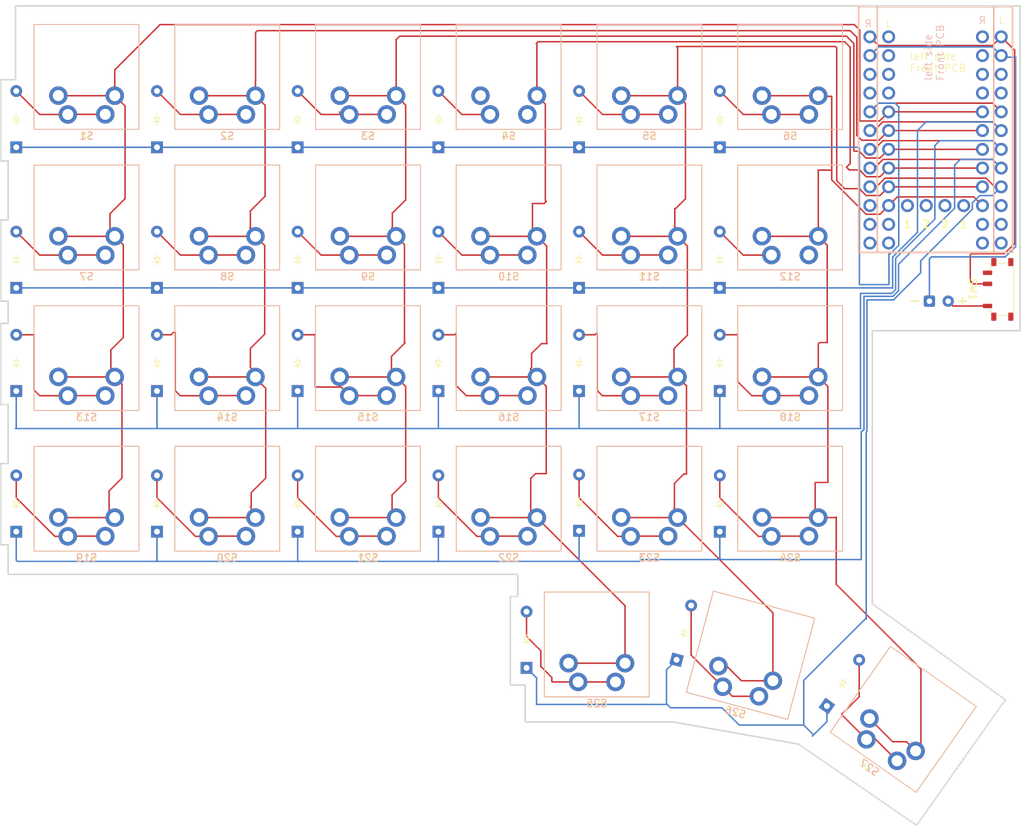
<source format=kicad_pcb>
(kicad_pcb (version 20240108) (generator "pcbnew") (generator_version "8.0")
  (layers (0 "F.Cu" signal) (31 "B.Cu" signal) (34 "B.Paste" user) (35 "F.Paste" user) (36 "B.SilkS" user "B.Silkscreen") (37 "F.SilkS" user "F.Silkscreen") (38 "B.Mask" user) (39 "F.Mask" user) (44 "Edge.Cuts" user))
  (net 0 "")
  (net 1 "row 1")
  (net 2 "Net-(D1-A)")
  (net 3 "Net-(D2-A)")
  (net 4 "Net-(D3-A)")
  (net 5 "Net-(D4-A)")
  (net 6 "Net-(D5-A)")
  (net 7 "Net-(D6-A)")
  (net 8 "row 2")
  (net 9 "Net-(D7-A)")
  (net 10 "Net-(D8-A)")
  (net 11 "Net-(D9-A)")
  (net 12 "Net-(D10-A)")
  (net 13 "Net-(D11-A)")
  (net 14 "Net-(D12-A)")
  (net 15 "Net-(D13-A)")
  (net 16 "collumn 1")
  (net 17 "Net-(D14-A)")
  (net 18 "Net-(D15-A)")
  (net 19 "Net-(D16-A)")
  (net 20 "Net-(D17-A)")
  (net 21 "Net-(D18-A)")
  (net 32 "unconnected-(U1-14-Pad15)")
  (net 33 "Net-(D20-A)")
  (net 34 "Net-(D21-A)")
  (net 38 "Net-(D19-A)")
  (net 39 "row 5")
  (net 40 "Net-(D22-A)")
  (net 41 "Net-(D23-A)")
  (net 42 "Net-(D24-A)")
  (net 43 "Net-(D25-A)")
  (net 44 "Net-(D26-A)")
  (net 45 "row 4")
  (net 46 "row 3")
  (net 47 "collumn 2")
  (net 48 "collumn 3")
  (net 49 "collumn 4")
  (net 50 "collumn 5")
  (net 51 "collumn 6")
  (net 52 "battery -")
  (net 53 "battery +")
  (net 54 "Net-(BT2-+)")
  (net 55 "Net-(D27-A)")
  (footprint "ScottoKeebs_MX:MX_PCB_1.00u" (layer "F.Cu") (at 123.825 66.675 180)
    (property "Reference" "S11")
    (property "Value" "Keyswitch")
  )
  (footprint "ScottoKeebs_MX:MX_PCB_1.00u" (layer "F.Cu") (at 142.875 47.625 180)
    (property "Reference" "S6")
    (property "Value" "Keyswitch")
  )
  (footprint "ScottoKeebs_Scotto:Standoff_M2x6mm" (layer "F.Cu") (at 114.26 45.25)
    (property "Reference" "H3" (hide yes))
    (property "Value" "Mounting_Hole" (hide yes))
  )
  (footprint "ScottoKeebs_Components:Diode_DO-35" (layer "F.Cu") (at 95.25 90.17 90)
    (property "Reference" "D16" (hide yes))
    (property "Value" "Diode" (hide yes))
  )
  (footprint "ScottoKeebs_Components:Diode_DO-35" (layer "F.Cu") (at 127.497808 126.581556 75)
    (property "Reference" "D26" (hide yes))
    (property "Value" "Diode" (hide yes))
  )
  (footprint "ScottoKeebs_MX:MX_PCB_1.00u" (layer "F.Cu") (at 158.2 134.66 145)
    (property "Reference" "S27")
    (property "Value" "Keyswitch")
  )
  (footprint "ScottoKeebs_Components:Diode_DO-35" (layer "F.Cu") (at 38.1 57.15 90)
    (property "Reference" "D1" (hide yes))
    (property "Value" "Diode" (hide yes))
  )
  (footprint "ScottoKeebs_MX:MX_PCB_1.00u" (layer "F.Cu") (at 123.825 47.625 180)
    (property "Reference" "S5")
    (property "Value" "Keyswitch")
  )
  (footprint "ScottoKeebs_Components:Switch_MSK12C02" (layer "F.Cu") (at 171.6 76.4 -90)
    (property "Reference" "SW1")
    (property "Value" "Switch")
  )
  (footprint "ScottoKeebs_Components:Diode_DO-35" (layer "F.Cu") (at 95.25 76.2 90)
    (property "Reference" "D10" (hide yes))
    (property "Value" "Diode" (hide yes))
  )
  (footprint "ScottoKeebs_MX:MX_PCB_1.00u" (layer "F.Cu") (at 85.725 66.675 180)
    (property "Reference" "S9")
    (property "Value" "Keyswitch")
  )
  (footprint "ScottoKeebs_MX:MX_PCB_1.00u" (layer "F.Cu") (at 47.625 85.725 180)
    (property "Reference" "S13")
    (property "Value" "Keyswitch")
  )
  (footprint "ScottoKeebs_MX:MX_PCB_1.00u" (layer "F.Cu") (at 142.875 85.725 180)
    (property "Reference" "S18")
    (property "Value" "Keyswitch")
  )
  (footprint "ScottoKeebs_Components:Diode_DO-35" (layer "F.Cu") (at 133.35 76.2 90)
    (property "Reference" "D12" (hide yes))
    (property "Value" "Diode" (hide yes))
  )
  (footprint "ScottoKeebs_MX:MX_PCB_1.00u" (layer "F.Cu") (at 137.52 125.98 165)
    (property "Reference" "S26")
    (property "Value" "Keyswitch")
  )
  (footprint "ScottoKeebs_Scotto:Standoff_M2x6mm" (layer "F.Cu") (at 154.3 73.79)
    (property "Reference" "H5" (hide yes))
    (property "Value" "Mounting_Hole" (hide yes))
  )
  (footprint "ScottoKeebs_MX:MX_PCB_1.00u" (layer "F.Cu") (at 123.825 85.725 180)
    (property "Reference" "S17")
    (property "Value" "Keyswitch")
  )
  (footprint "ScottoKeebs_Components:Diode_DO-35" (layer "F.Cu") (at 76.2 90.17 90)
    (property "Reference" "D15" (hide yes))
    (property "Value" "Diode" (hide yes))
  )
  (footprint "ScottoKeebs_MX:MX_PCB_1.00u" (layer "F.Cu") (at 104.775 66.675 180)
    (property "Reference" "S10")
    (property "Value" "Keyswitch")
  )
  (footprint "ScottoKeebs_MX:MX_PCB_1.00u" (layer "F.Cu") (at 142.875 104.775 180)
    (property "Reference" "S24")
    (property "Value" "Keyswitch")
  )
  (footprint "ScottoKeebs_Components:Diode_DO-35" (layer "F.Cu") (at 76.2 109.22 90)
    (property "Reference" "D21" (hide yes))
    (property "Value" "Diode" (hide yes))
  )
  (footprint "ScottoKeebs_Components:Diode_DO-35" (layer "F.Cu") (at 76.2 57.15 90)
    (property "Reference" "D3" (hide yes))
    (property "Value" "Diode" (hide yes))
  )
  (footprint "ScottoKeebs_Components:Diode_DO-35" (layer "F.Cu") (at 114.3 76.2 90)
    (property "Reference" "D11" (hide yes))
    (property "Value" "Diode" (hide yes))
  )
  (footprint "ScottoKeebs_MCU:Nice_Nano_V2" (layer "F.Cu") (at 163.83 55.88)
    (property "Reference" "U1" (hide yes))
    (property "Value" "Nice_Nano_V2" (hide yes))
  )
  (footprint "ScottoKeebs_MX:MX_PCB_1.00u" (layer "F.Cu") (at 142.875 66.675 180)
    (property "Reference" "S12")
    (property "Value" "Keyswitch")
  )
  (footprint "ScottoKeebs_MX:MX_PCB_1.00u" (layer "F.Cu") (at 85.725 104.775 180)
    (property "Reference" "S21")
    (property "Value" "Keyswitch")
  )
  (footprint "ScottoKeebs_Components:Diode_DO-35" (layer "F.Cu") (at 147.848031 132.837815 55)
    (property "Reference" "D27" (hide yes))
    (property "Value" "Diode" (hide yes))
  )
  (footprint "ScottoKeebs_Components:Diode_DO-35" (layer "F.Cu") (at 38.1 90.17 90)
    (property "Reference" "D13" (hide yes))
    (property "Value" "Diode" (hide yes))
  )
  (footprint "ScottoKeebs_MX:MX_PCB_1.00u" (layer "F.Cu") (at 47.625 47.625 180)
    (property "Reference" "S1")
    (property "Value" "Keyswitch")
  )
  (footprint "ScottoKeebs_MX:MX_PCB_1.00u" (layer "F.Cu") (at 66.675 66.675 180)
    (property "Reference" "S8")
    (property "Value" "Keyswitch")
  )
  (footprint "ScottoKeebs_MX:MX_PCB_1.00u" (layer "F.Cu") (at 66.675 104.775 180)
    (property "Reference" "S20")
    (property "Value" "Keyswitch")
  )
  (footprint "ScottoKeebs_Scotto:Standoff_M2x6mm" (layer "F.Cu") (at 57.34 97.79)
    (property "Reference" "H2" (hide yes))
    (property "Value" "Mounting_Hole" (hide yes))
  )
  (footprint "ScottoKeebs_MX:MX_PCB_1.00u" (layer "F.Cu") (at 123.825 104.775 180)
    (property "Reference" "S23")
    (property "Value" "Keyswitch")
  )
  (footprint "ScottoKeebs_MX:MX_PCB_1.00u" (layer "F.Cu") (at 104.775 104.775 180)
    (property "Reference" "S22")
    (property "Value" "Keyswitch")
  )
  (footprint "ScottoKeebs_Components:Diode_DO-35" (layer "F.Cu") (at 57.15 76.2 90)
    (property "Reference" "D8" (hide yes))
    (property "Value" "Diode" (hide yes))
  )
  (footprint "ScottoKeebs_Components:Diode_DO-35" (layer "F.Cu") (at 133.35 57.15 90)
    (property "Reference" "D6" (hide yes))
    (property "Value" "Diode" (hide yes))
  )
  (footprint "ScottoKeebs_MX:MX_PCB_1.00u" (layer "F.Cu") (at 66.675 47.625 180)
    (property "Reference" "S2")
    (property "Value" "Keyswitch")
  )
  (footprint "ScottoKeebs_MX:MX_PCB_1.00u" (layer "F.Cu") (at 116.71 124.5 180)
    (property "Reference" "S25")
    (property "Value" "Keyswitch")
  )
  (footprint "ScottoKeebs_Components:Diode_DO-35" (layer "F.Cu") (at 107.185 127.674999 90)
    (property "Reference" "D25" (hide yes))
    (property "Value" "Diode" (hide yes))
  )
  (footprint "ScottoKeebs_MX:MX_PCB_1.00u" (layer "F.Cu") (at 85.725 47.625 180)
    (property "Reference" "S3")
    (property "Value" "Keyswitch")
  )
  (footprint "ScottoKeebs_Components:Diode_DO-35" (layer "F.Cu") (at 95.25 109.22 90)
    (property "Reference" "D22" (hide yes))
    (property "Value" "Diode" (hide yes))
  )
  (footprint "ScottoKeebs_Components:Diode_DO-35" (layer "F.Cu") (at 76.2 76.2 90)
    (property "Reference" "D9" (hide yes))
    (property "Value" "Diode" (hide yes))
  )
  (footprint "ScottoKeebs_Components:Diode_DO-35" (layer "F.Cu") (at 57.15 57.15 90)
    (property "Reference" "D2" (hide yes))
    (property "Value" "Diode" (hide yes))
  )
  (footprint "ScottoKeebs_Components:Diode_DO-35" (layer "F.Cu") (at 114.3 90.17 90)
    (property "Reference" "D17" (hide yes))
    (property "Value" "Diode" (hide yes))
  )
  (footprint "ScottoKeebs_Components:Diode_DO-35" (layer "F.Cu") (at 38.1 109.22 90)
    (property "Reference" "D19" (hide yes))
    (property "Value" "Diode" (hide yes))
  )
  (footprint "ScottoKeebs_Scotto:Standoff_M2x6mm" (layer "F.Cu") (at 133.59 97.15)
    (property "Reference" "H6" (hide yes))
    (property "Value" "Mounting_Hole" (hide yes))
  )
  (footprint "ScottoKeebs_MX:MX_PCB_1.00u" (layer "F.Cu") (at 47.625 104.775 180)
    (property "Reference" "S19")
    (property "Value" "Keyswitch")
  )
  (footprint "ScottoKeebs_Components:Diode_DO-35" (layer "F.Cu") (at 38.1 76.2 90)
    (property "Reference" "D7" (hide yes))
    (property "Value" "Diode" (hide yes))
  )
  (footprint "ScottoKeebs_MX:MX_PCB_1.00u" (layer "F.Cu") (at 66.675 85.725 180)
    (property "Reference" "S14")
    (property "Value" "Keyswitch")
  )
  (footprint "ScottoKeebs_Components:Diode_DO-35" (layer "F.Cu") (at 57.15 109.22 90)
    (property "Reference" "D20" (hide yes))
    (property "Value" "Diode" (hide yes))
  )
  (footprint "ScottoKeebs_Scotto:Standoff_M2x6mm" (layer "F.Cu") (at 95.15 97.68)
    (property "Reference" "H4" (hide yes))
    (property "Value" "Mounting_Hole" (hide yes))
  )
  (footprint "ScottoKeebs_Scotto:Standoff_M2x6mm" (layer "F.Cu") (at 57.2 45.04)
    (property "Reference" "H1" (hide yes))
    (property "Value" "Mounting_Hole" (hide yes))
  )
  (footprint "ScottoKeebs_MX:MX_PCB_1.00u" (layer "F.Cu") (at 47.625 66.675 180)
    (property "Reference" "S7")
    (property "Value" "Keyswitch")
  )
  (footprint "ScottoKeebs_Components:Diode_DO-35" (layer "F.Cu") (at 114.3 57.15 90)
    (property "Reference" "D5" (hide yes))
    (property "Value" "Diode" (hide yes))
  )
  (footprint "ScottoKeebs_Components:Diode_DO-35" (layer "F.Cu") (at 133.35 109.22 90)
    (property "Reference" "D24" (hide yes))
    (property "Value" "Diode" (hide yes))
  )
  (footprint "ScottoKeebs_Scotto:Battery" (layer "F.Cu") (at 163 78 180)
    (property "Reference" "BT2" (hide yes))
    (property "Value" "Battery_Cell")
  )
  (footprint "ScottoKeebs_MX:MX_PCB_1.00u" (layer "F.Cu") (at 85.725 85.725 180)
    (property "Reference" "S15")
    (property "Value" "Keyswitch")
  )
  (footprint "ScottoKeebs_Components:Diode_DO-35" (layer "F.Cu") (at 133.35 90.17 90)
    (property "Reference" "D18" (hide yes))
    (property "Value" "Diode" (hide yes))
  )
  (footprint "ScottoKeebs_Components:Diode_DO-35" (layer "F.Cu") (at 57.15 90.17 90)
    (property "Reference" "D14" (hide yes))
    (property "Value" "Diode" (hide yes))
  )
  (footprint "ScottoKeebs_MX:MX_PCB_1.00u" (layer "F.Cu") (at 104.775 85.725 180)
    (property "Reference" "S16")
    (property "Value" "Keyswitch")
  )
  (footprint "ScottoKeebs_MX:MX_PCB_1.00u" (layer "F.Cu") (at 104.775 47.625 180)
    (property "Reference" "S4")
    (property "Value" "Keyswitch")
  )
  (footprint "ScottoKeebs_Components:Diode_DO-35" (layer "F.Cu") (at 114.3 109.11 90)
    (property "Reference" "D23" (hide yes))
    (property "Value" "Diode" (hide yes))
  )
  (footprint "ScottoKeebs_Components:Diode_DO-35" (layer "F.Cu") (at 95.25 57.15 90)
    (property "Reference" "D4" (hide yes))
    (property "Value" "Diode" (hide yes))
  )
  (footprint "ScottoKeebs_MX:MX_PCB_1.00u" (layer "B.Cu") (at 47.61 47.61)
    (property "Reference" "S1")
    (property "Value" "Keyswitch")
  )
  (footprint "ScottoKeebs_MX:MX_PCB_1.00u" (layer "B.Cu") (at 85.7 104.75)
    (property "Reference" "S21")
    (property "Value" "Keyswitch")
  )
  (footprint "ScottoKeebs_MX:MX_PCB_1.00u" (layer "B.Cu") (at 47.62 104.75)
    (property "Reference" "S19")
    (property "Value" "Keyswitch")
  )
  (footprint "ScottoKeebs_MCU:Nice_Nano_V2" (layer "B.Cu") (at 161.29 55.88 180)
    (property "Reference" "U2" (hide yes))
    (property "Value" "Nice_Nano_V2" (hide yes))
  )
  (footprint "ScottoKeebs_MX:MX_PCB_1.00u" (layer "B.Cu") (at 142.875 85.71)
    (property "Reference" "S18")
    (property "Value" "Keyswitch")
  )
  (footprint "ScottoKeebs_MX:MX_PCB_1.00u" (layer "B.Cu") (at 123.81 66.66)
    (property "Reference" "S11")
    (property "Value" "Keyswitch")
  )
  (footprint "ScottoKeebs_MX:MX_PCB_1.00u" (layer "B.Cu") (at 142.875 104.75)
    (property "Reference" "S24")
    (property "Value" "Keyswitch")
  )
  (footprint "ScottoKeebs_MX:MX_PCB_1.00u" (layer "B.Cu") (at 104.77 104.75)
    (property "Reference" "S22")
    (property "Value" "Keyswitch")
  )
  (footprint "ScottoKeebs_MX:MX_PCB_1.00u" (layer "B.Cu") (at 104.77 85.71)
    (property "Reference" "S16")
    (property "Value" "Keyswitch")
  )
  (footprint "ScottoKeebs_MX:MX_PCB_1.00u" (layer "B.Cu") (at 66.66 47.62)
    (property "Reference" "S2")
    (property "Value" "Keyswitch")
  )
  (footprint "ScottoKeebs_MX:MX_PCB_1.00u" (layer "B.Cu") (at 104.76 47.62)
    (property "Reference" "S4")
    (property "Value" "Keyswitch")
  )
  (footprint "ScottoKeebs_MX:MX_PCB_1.00u" (layer "B.Cu") (at 137.507223 125.960448 -15)
    (property "Reference" "S26")
    (property "Value" "Keyswitch")
  )
  (footprint "ScottoKeebs_MX:MX_PCB_1.00u" (layer "B.Cu") (at 66.66 66.66)
    (property "Reference" "S8")
    (property "Value" "Keyswitch")
  )
  (footprint "ScottoKeebs_MX:MX_PCB_1.00u" (layer "B.Cu") (at 85.7 85.71)
    (property "Reference" "S15")
    (property "Value" "Keyswitch")
  )
  (footprint "ScottoKeebs_MX:MX_PCB_1.00u" (layer "B.Cu") (at 47.62 85.71)
    (property "Reference" "S13")
    (property "Value" "Keyswitch")
  )
  (footprint "ScottoKeebs_MX:MX_PCB_1.00u" (layer "B.Cu") (at 142.87 47.625)
    (property "Reference" "S6")
    (property "Value" "Keyswitch")
  )
  (footprint "ScottoKeebs_MX:MX_PCB_1.00u" (layer "B.Cu") (at 85.725 66.66)
    (property "Reference" "S9")
    (property "Value" "Keyswitch")
  )
  (footprint "ScottoKeebs_MX:MX_PCB_1.00u" (layer "B.Cu") (at 123.81 85.71)
    (property "Reference" "S17")
    (property "Value" "Keyswitch")
  )
  (footprint "ScottoKeebs_MX:MX_PCB_1.00u" (layer "B.Cu") (at 85.72 47.62)
    (property "Reference" "S3")
    (property "Value" "Keyswitch")
  )
  (footprint "ScottoKeebs_MX:MX_PCB_1.00u" (layer "B.Cu") (at 66.66 104.75)
    (property "Reference" "S20")
    (property "Value" "Keyswitch")
  )
  (footprint "ScottoKeebs_MX:MX_PCB_1.00u" (layer "B.Cu") (at 104.76 66.66)
    (property "Reference" "S10")
    (property "Value" "Keyswitch")
  )
  (footprint "ScottoKeebs_MX:MX_PCB_1.00u" (layer "B.Cu") (at 66.66 85.71)
    (property "Reference" "S14")
    (property "Value" "Keyswitch")
  )
  (footprint "ScottoKeebs_MX:MX_PCB_1.00u" (layer "B.Cu") (at 47.62 66.66)
    (property "Reference" "S7")
    (property "Value" "Keyswitch")
  )
  (footprint "ScottoKeebs_MX:MX_PCB_1.00u" (layer "B.Cu") (at 158.185916 134.644026 -35.02)
    (property "Reference" "S27")
    (property "Value" "Keyswitch")
  )
  (footprint "ScottoKeebs_MX:MX_PCB_1.00u" (layer "B.Cu") (at 142.86 66.66)
    (property "Reference" "S12")
    (property "Value" "Keyswitch")
  )
  (footprint "ScottoKeebs_MX:MX_PCB_1.00u" (layer "B.Cu") (at 116.689999 124.499999)
    (property "Reference" "S25")
    (property "Value" "Keyswitch")
  )
  (footprint "ScottoKeebs_MX:MX_PCB_1.00u" (layer "B.Cu") (at 123.82 47.62)
    (property "Reference" "S5")
    (property "Value" "Keyswitch")
  )
  (footprint "ScottoKeebs_MX:MX_PCB_1.00u" (layer "B.Cu") (at 123.81 104.75)
    (property "Reference" "S23")
    (property "Value" "Keyswitch")
  )
  (gr_poly (pts (xy 38 38) (xy 174 38) (xy 174 82) (xy 154 82) (xy 154 119) (xy 172 132) (xy 160 149) (xy 144 138) (xy 127 135) (xy 107 135) (xy 107 130) (xy 105 130) (xy 105 118) (xy 106 118) (xy 106 115) (xy 37 115) (xy 37 111) (xy 36 111) (xy 36 100) (xy 37 100) (xy 37 92) (xy 36 92) (xy 36 81) (xy 37 81) (xy 37 78) (xy 36 78) (xy 36 67) (xy 37 67) (xy 37 59) (xy 36 59) (xy 36 48) (xy 38 48)) (stroke (width 0.2)) (fill none) (layer "Edge.Cuts"))
  (gr_text "left side\nFront PCB" (at 163.78 48.21 90) (layer "B.SilkS") (effects (font (size 1 1) (thickness 0.1)) (justify left bottom)))
  (gr_text "R" (at 154 41 0) (layer "B.SilkS") (effects (font (size 1 1) (thickness 0.1)) (justify left bottom mirror)))
  (gr_text "R" (at 169.45 40.54 0) (layer "B.SilkS") (effects (font (size 1 1) (thickness 0.1)) (justify left bottom mirror)))
  (gr_text "left side\nFront PCB" (at 159 47 0) (layer "F.SilkS") (effects (font (size 1 1) (thickness 0.1)) (justify left bottom)))
  (gr_text "L" (at 171.03 40.52 0) (layer "F.SilkS") (effects (font (size 1 1) (thickness 0.1)) (justify left bottom)))
  (gr_text "L" (at 155.75 41 0) (layer "F.SilkS") (effects (font (size 1 1) (thickness 0.1)) (justify left bottom)))
  (segment (start 171.45 52.35) (end 170.2737 51.1737) (width 0.2) (layer "F.Cu") (net 1))
  (segment (start 170.2737 51.1737) (end 154.8463 51.1737) (width 0.2) (layer "F.Cu") (net 1))
  (segment (start 154.8463 51.1737) (end 153.67 52.35) (width 0.2) (layer "F.Cu") (net 1))
  (segment (start 38.1 57.15) (end 152.15 57.15) (width 0.2) (layer "B.Cu") (net 1))
  (segment (start 152.25 75.75) (end 156.25 75.75) (width 0.2) (layer "B.Cu") (net 1))
  (segment (start 157.63 51.74) (end 157.0637 51.1737) (width 0.2) (layer "B.Cu") (net 1))
  (segment (start 157.5737 51.7963) (end 157.63 51.74) (width 0.2) (layer "B.Cu") (net 1))
  (segment (start 157.5737 70.42984) (end 157.5737 51.7963) (width 0.2) (layer "B.Cu") (net 1))
  (segment (start 157.0637 51.1737) (end 154.8463 51.1737) (width 0.2) (layer "B.Cu") (net 1))
  (segment (start 156.40354 71.6) (end 157.5737 70.42984) (width 0.2) (layer "B.Cu") (net 1))
  (segment (start 152.25 57.25) (end 152.25 75.75) (width 0.2) (layer "B.Cu") (net 1))
  (segment (start 156.25 71.6) (end 156.40354 71.6) (width 0.2) (layer "B.Cu") (net 1))
  (segment (start 152.15 57.15) (end 152.25 57.25) (width 0.2) (layer "B.Cu") (net 1))
  (segment (start 156.25 75.75) (end 156.25 71.6) (width 0.2) (layer "B.Cu") (net 1))
  (segment (start 154.8463 51.1737) (end 153.67 52.35) (width 0.2) (layer "B.Cu") (net 1))
  (segment (start 50.15 52.69) (end 45.1 52.69) (width 0.2) (layer "F.Cu") (net 2))
  (segment (start 41.275 52.705) (end 38.1 49.53) (width 0.2) (layer "F.Cu") (net 2))
  (segment (start 45.085 52.705) (end 41.275 52.705) (width 0.2) (layer "F.Cu") (net 2))
  (segment (start 45.1 52.69) (end 45.085 52.705) (width 0.2) (layer "F.Cu") (net 2))
  (segment (start 64.135 52.705) (end 60.325 52.705) (width 0.2) (layer "F.Cu") (net 3))
  (segment (start 69.2 52.7) (end 64.14 52.7) (width 0.2) (layer "F.Cu") (net 3))
  (segment (start 60.325 52.705) (end 57.15 49.53) (width 0.2) (layer "F.Cu") (net 3))
  (segment (start 64.14 52.7) (end 64.135 52.705) (width 0.2) (layer "F.Cu") (net 3))
  (segment (start 79.375 52.705) (end 76.2 49.53) (width 0.2) (layer "F.Cu") (net 4))
  (segment (start 88.26 52.7) (end 83.19 52.7) (width 0.2) (layer "F.Cu") (net 4))
  (segment (start 82.17 52.7) (end 81.85 52.38) (width 0.2) (layer "F.Cu") (net 4))
  (segment (start 83.185 52.705) (end 79.375 52.705) (width 0.2) (layer "F.Cu") (net 4))
  (segment (start 83.19 52.7) (end 83.185 52.705) (width 0.2) (layer "F.Cu") (net 4))
  (segment (start 102.235 52.705) (end 98.425 52.705) (width 0.2) (layer "F.Cu") (net 5))
  (segment (start 98.425 52.705) (end 95.25 49.53) (width 0.2) (layer "F.Cu") (net 5))
  (segment (start 121.285 52.705) (end 117.475 52.705) (width 0.2) (layer "F.Cu") (net 6))
  (segment (start 121.29 52.7) (end 121.285 52.705) (width 0.2) (layer "F.Cu") (net 6))
  (segment (start 126.36 52.7) (end 121.29 52.7) (width 0.2) (layer "F.Cu") (net 6))
  (segment (start 117.475 52.705) (end 114.3 49.53) (width 0.2) (layer "F.Cu") (net 6))
  (segment (start 140.335 52.705) (end 136.525 52.705) (width 0.2) (layer "F.Cu") (net 7))
  (segment (start 136.525 52.705) (end 133.35 49.53) (width 0.2) (layer "F.Cu") (net 7))
  (segment (start 145.41 52.705) (end 140.335 52.705) (width 0.2) (layer "F.Cu") (net 7))
  (segment (start 133.35 76.1) (end 133.25 76.2) (width 0.2) (layer "F.Cu") (net 8))
  (segment (start 133.35 76.2) (end 133.35 76.1) (width 0.2) (layer "F.Cu") (net 8))
  (segment (start 171.45 54.89) (end 170.2737 53.7137) (width 0.2) (layer "F.Cu") (net 8))
  (segment (start 170.2737 53.7137) (end 155.411986 53.7137) (width 0.2) (layer "F.Cu") (net 8))
  (segment (start 155.411986 53.7137) (end 154.235687 54.889999) (width 0.2) (layer "F.Cu") (net 8))
  (segment (start 154.235687 54.889999) (end 153.67 54.889999) (width 0.2) (layer "F.Cu") (net 8))
  (segment (start 170.2737 53.7137) (end 171.45 54.89) (width 0.2) (layer "B.Cu") (net 8))
  (segment (start 161.2763 53.7137) (end 170.2737 53.7137) (width 0.2) (layer "B.Cu") (net 8))
  (segment (start 156.75 72.024314) (end 160.1137 68.660614) (width 0.2) (layer "B.Cu") (net 8))
  (segment (start 160.1137 68.660614) (end 160.1137 54.8763) (width 0.2) (layer "B.Cu") (net 8))
  (segment (start 38.1 76.2) (end 156.7 76.2) (width 0.2) (layer "B.Cu") (net 8))
  (segment (start 156.75 76.25) (end 156.75 72.024314) (width 0.2) (layer "B.Cu") (net 8))
  (segment (start 160.1137 54.8763) (end 161.2763 53.7137) (width 0.2) (layer "B.Cu") (net 8))
  (segment (start 156.7 76.2) (end 156.75 76.25) (width 0.2) (layer "B.Cu") (net 8))
  (segment (start 45.1 71.74) (end 45.085 71.755) (width 0.2) (layer "F.Cu") (net 9))
  (segment (start 45.085 71.755) (end 41.275 71.755) (width 0.2) (layer "F.Cu") (net 9))
  (segment (start 41.275 71.755) (end 38.1 68.58) (width 0.2) (layer "F.Cu") (net 9))
  (segment (start 50.16 71.74) (end 45.1 71.74) (width 0.2) (layer "F.Cu") (net 9))
  (segment (start 69.2 71.74) (end 64.15 71.74) (width 0.2) (layer "F.Cu") (net 10))
  (segment (start 64.135 71.755) (end 60.325 71.755) (width 0.2) (layer "F.Cu") (net 10))
  (segment (start 64.15 71.74) (end 64.135 71.755) (width 0.2) (layer "F.Cu") (net 10))
  (segment (start 60.325 71.755) (end 57.15 68.58) (width 0.2) (layer "F.Cu") (net 10))
  (segment (start 88.265 71.74) (end 83.2 71.74) (width 0.2) (layer "F.Cu") (net 11))
  (segment (start 83.185 71.755) (end 79.375 71.755) (width 0.2) (layer "F.Cu") (net 11))
  (segment (start 83.2 71.74) (end 83.185 71.755) (width 0.2) (layer "F.Cu") (net 11))
  (segment (start 79.375 71.755) (end 76.2 68.58) (width 0.2) (layer "F.Cu") (net 11))
  (segment (start 102.235 71.755) (end 98.425 71.755) (width 0.2) (layer "F.Cu") (net 12))
  (segment (start 102.25 71.74) (end 102.235 71.755) (width 0.2) (layer "F.Cu") (net 12))
  (segment (start 98.425 71.755) (end 95.25 68.58) (width 0.2) (layer "F.Cu") (net 12))
  (segment (start 107.3 71.74) (end 102.25 71.74) (width 0.2) (layer "F.Cu") (net 12))
  (segment (start 121.3 71.74) (end 121.285 71.755) (width 0.2) (layer "F.Cu") (net 13))
  (segment (start 126.35 71.74) (end 121.3 71.74) (width 0.2) (layer "F.Cu") (net 13))
  (segment (start 117.475 71.755) (end 114.3 68.58) (width 0.2) (layer "F.Cu") (net 13))
  (segment (start 121.285 71.755) (end 117.475 71.755) (width 0.2) (layer "F.Cu") (net 13))
  (segment (start 140.335 71.755) (end 136.525 71.755) (width 0.2) (layer "F.Cu") (net 14))
  (segment (start 136.525 71.755) (end 133.35 68.58) (width 0.2) (layer "F.Cu") (net 14))
  (segment (start 40.51 90.04) (end 40.51 82.53) (width 0.2) (layer "F.Cu") (net 15))
  (segment (start 40.51 82.53) (end 40.49 82.55) (width 0.2) (layer "F.Cu") (net 15))
  (segment (start 50.16 90.79) (end 45.1 90.79) (width 0.2) (layer "F.Cu") (net 15))
  (segment (start 41.275 90.805) (end 40.51 90.04) (width 0.2) (layer "F.Cu") (net 15))
  (segment (start 45.1 90.79) (end 45.085 90.805) (width 0.2) (layer "F.Cu") (net 15))
  (segment (start 40.49 82.55) (end 38.1 82.55) (width 0.2) (layer "F.Cu") (net 15))
  (segment (start 45.085 90.805) (end 41.275 90.805) (width 0.2) (layer "F.Cu") (net 15))
  (segment (start 152.38 53.59) (end 152.3 53.51) (width 0.2) (layer "F.Cu") (net 16))
  (segment (start 51.435 50.165) (end 43.815 50.165) (width 0.2) (layer "F.Cu") (net 16))
  (segment (start 51.435 69.215) (end 52.59 70.37) (width 0.2) (layer "F.Cu") (net 16))
  (segment (start 51.435 46.665) (end 51.435 50.165) (width 0.2) (layer "F.Cu") (net 16))
  (segment (start 50.79 68.57) (end 51.435 69.215) (width 0.2) (layer "F.Cu") (net 16))
  (segment (start 52.59 82.92) (end 50.91 84.6) (width 0.2) (layer "F.Cu") (net 16))
  (segment (start 51.435 88.265) (end 43.825 88.265) (width 0.2) (layer "F.Cu") (net 16))
  (segment (start 50.67 103.7) (end 50.67 106.55) (width 0.2) (layer "F.Cu") (net 16))
  (segment (start 51.435 107.315) (end 43.835 107.315) (width 0.2) (layer "F.Cu") (net 16))
  (segment (start 43.815 50.165) (end 43.8 50.15) (width 0.2) (layer "F.Cu") (net 16))
  (segment (start 52.41 89.24) (end 52.41 101.96) (width 0.2) (layer "F.Cu") (net 16))
  (segment (start 51.435 69.645) (end 51.64 69.85) (width 0.2) (layer "F.Cu") (net 16))
  (segment (start 50.79 66.15) (end 50.79 68.57) (width 0.2) (layer "F.Cu") (net 16))
  (segment (start 57.5 40.6) (end 51.435 46.665) (width 0.2) (layer "F.Cu") (net 16))
  (segment (start 52.83 64.11) (end 50.79 66.15) (width 0.2) (layer "F.Cu") (net 16))
  (segment (start 50.91 84.6) (end 50.91 87.74) (width 0.2) (layer "F.Cu") (net 16))
  (segment (start 156.21 52.35) (end 168.91 52.35) (width 0.2) (layer "F.Cu") (net 16))
  (segment (start 152.3 53.51) (end 152.3 41.27) (width 0.2) (layer "F.Cu") (net 16))
  (segment (start 50.67 106.55) (end 51.435 107.315) (width 0.2) (layer "F.Cu") (net 16))
  (segment (start 43.835 107.315) (end 43.81 107.29) (width 0.2) (layer "F.Cu") (net 16))
  (segment (start 52.83 51.56) (end 52.83 64.11) (width 0.2) (layer "F.Cu") (net 16))
  (segment (start 52.41 101.96) (end 50.67 103.7) (width 0.2) (layer "F.Cu") (net 16))
  (segment (start 43.825 69.215) (end 43.81 69.2) (width 0.2) (layer "F.Cu") (net 16))
  (segment (start 43.825 88.265) (end 43.81 88.25) (width 0.2) (layer "F.Cu") (net 16))
  (segment (start 52.59 70.37) (end 52.59 82.92) (width 0.2) (layer "F.Cu") (net 16))
  (segment (start 51.435 69.215) (end 43.825 69.215) (width 0.2) (layer "F.Cu") (net 16))
  (segment (start 51.435 50.165) (end 52.83 51.56) (width 0.2) (layer "F.Cu") (net 16))
  (segment (start 156.21 52.35) (end 154.97 53.59) (width 0.2) (layer "F.Cu") (net 16))
  (segment (start 51.435 88.265) (end 52.41 89.24) (width 0.2) (layer "F.Cu") (net 16))
  (segment (start 151.56 40.53) (end 57.57 40.53) (width 0.2) (layer "F.Cu") (net 16))
  (segment (start 50.91 87.74) (end 51.435 88.265) (width 0.2) (layer "F.Cu") (net 16))
  (segment (start 51.435 69.215) (end 51.435 69.645) (width 0.2) (layer "F.Cu") (net 16))
  (segment (start 154.97 53.59) (end 152.38 53.59) (width 0.2) (layer "F.Cu") (net 16))
  (segment (start 57.57 40.53) (end 57.5 40.6) (width 0.2) (layer "F.Cu") (net 16))
  (segment (start 152.3 41.27) (end 151.56 40.53) (width 0.2) (layer "F.Cu") (net 16))
  (segment (start 69.2 90.79) (end 64.15 90.79) (width 0.2) (layer "F.Cu") (net 17))
  (segment (start 60.295 90.805) (end 59.63 90.14) (width 0.2) (layer "F.Cu") (net 17))
  (segment (start 59.63 90.14) (end 59.63 82.23) (width 0.2) (layer "F.Cu") (net 17))
  (segment (start 64.135 90.805) (end 60.295 90.805) (width 0.2) (layer "F.Cu") (net 17))
  (segment (start 59.63 82.23) (end 59.39 82.23) (width 0.2) (layer "F.Cu") (net 17))
  (segment (start 59.07 82.55) (end 57.15 82.55) (width 0.2) (layer "F.Cu") (net 17))
  (segment (start 59.39 82.23) (end 59.07 82.55) (width 0.2) (layer "F.Cu") (net 17))
  (segment (start 64.15 90.79) (end 64.135 90.805) (width 0.2) (layer "F.Cu") (net 17))
  (segment (start 82.06 89.63) (end 78.58 89.63) (width 0.2) (layer "F.Cu") (net 18))
  (segment (start 83.185 90.805) (end 83.185 90.755) (width 0.2) (layer "F.Cu") (net 18))
  (segment (start 88.24 90.79) (end 83.2 90.79) (width 0.2) (layer "F.Cu") (net 18))
  (segment (start 78.43 82.55) (end 76.2 82.55) (width 0.2) (layer "F.Cu") (net 18))
  (segment (start 78.58 82.62) (end 78.47 82.51) (width 0.2) (layer "F.Cu") (net 18))
  (segment (start 83.185 90.755) (end 82.06 89.63) (width 0.2) (layer "F.Cu") (net 18))
  (segment (start 78.58 89.63) (end 78.58 82.62) (width 0.2) (layer "F.Cu") (net 18))
  (segment (start 78.47 82.51) (end 78.43 82.55) (width 0.2) (layer "F.Cu") (net 18))
  (segment (start 83.2 90.79) (end 83.185 90.805) (width 0.2) (layer "F.Cu") (net 18))
  (segment (start 107.31 90.79) (end 102.25 90.79) (width 0.2) (layer "F.Cu") (net 19))
  (segment (start 99.035 90.805) (end 97.66 89.43) (width 0.2) (layer "F.Cu") (net 19))
  (segment (start 102.235 90.805) (end 99.035 90.805) (width 0.2) (layer "F.Cu") (net 19))
  (segment (start 102.25 90.79) (end 102.235 90.805) (width 0.2) (layer "F.Cu") (net 19))
  (segment (start 97.66 89.43) (end 97.66 82.34) (width 0.2) (layer "F.Cu") (net 19))
  (segment (start 97.66 82.34) (end 97.45 82.55) (width 0.2) (layer "F.Cu") (net 19))
  (segment (start 97.45 82.55) (end 95.25 82.55) (width 0.2) (layer "F.Cu") (net 19))
  (segment (start 116.46 82.55) (end 114.3 82.55) (width 0.2) (layer "F.Cu") (net 20))
  (segment (start 116.78 90.14) (end 116.78 90.01) (width 0.2) (layer "F.Cu") (net 20))
  (segment (start 121.3 90.79) (end 121.285 90.805) (width 0.2) (layer "F.Cu") (net 20))
  (segment (start 117.445 90.805) (end 116.78 90.14) (width 0.2) (layer "F.Cu") (net 20))
  (segment (start 116.78 90.01) (end 116.75 89.98) (width 0.2) (layer "F.Cu") (net 20))
  (segment (start 116.75 89.98) (end 116.75 82.34) (width 0.2) (layer "F.Cu") (net 20))
  (segment (start 121.285 90.805) (end 117.445 90.805) (width 0.2) (layer "F.Cu") (net 20))
  (segment (start 116.67 82.34) (end 116.46 82.55) (width 0.2) (layer "F.Cu") (net 20))
  (segment (start 116.75 82.34) (end 116.67 82.34) (width 0.2) (layer "F.Cu") (net 20))
  (segment (start 126.35 90.79) (end 121.3 90.79) (width 0.2) (layer "F.Cu") (net 20))
  (segment (start 140.35 90.79) (end 140.335 90.805) (width 0.2) (layer "F.Cu") (net 21))
  (segment (start 140.335 90.805) (end 137.685 90.805) (width 0.2) (layer "F.Cu") (net 21))
  (segment (start 135.73 82.44) (end 135.62 82.55) (width 0.2) (layer "F.Cu") (net 21))
  (segment (start 145.415 90.79) (end 140.35 90.79) (width 0.2) (layer "F.Cu") (net 21))
  (segment (start 135.62 82.55) (end 133.35 82.55) (width 0.2) (layer "F.Cu") (net 21))
  (segment (start 135.77 82.48) (end 135.73 82.44) (width 0.2) (layer "F.Cu") (net 21))
  (segment (start 135.77 88.89) (end 135.77 82.48) (width 0.2) (layer "F.Cu") (net 21))
  (segment (start 137.685 90.805) (end 135.77 88.89) (width 0.2) (layer "F.Cu") (net 21))
  (segment (start 171.45 65.23) (end 171.44 65.24) (width 0.2) (layer "F.Cu") (net 32))
  (segment (start 171.45 65.05) (end 171.45 65.23) (width 0.2) (layer "F.Cu") (net 32))
  (segment (start 64.16 109.83) (end 64.135 109.855) (width 0.2) (layer "F.Cu") (net 33))
  (segment (start 57.15 104.637766) (end 57.15 101.6) (width 0.2) (layer "F.Cu") (net 33))
  (segment (start 69.2 109.83) (end 64.16 109.83) (width 0.2) (layer "F.Cu") (net 33))
  (segment (start 64.135 109.855) (end 62.367234 109.855) (width 0.2) (layer "F.Cu") (net 33))
  (segment (start 62.367234 109.855) (end 57.15 104.637766) (width 0.2) (layer "F.Cu") (net 33))
  (segment (start 88.24 109.83) (end 83.21 109.83) (width 0.2) (layer "F.Cu") (net 34))
  (segment (start 83.21 109.83) (end 83.185 109.855) (width 0.2) (layer "F.Cu") (net 34))
  (segment (start 81.417234 109.855) (end 76.2 104.637766) (width 0.2) (layer "F.Cu") (net 34))
  (segment (start 76.2 104.637766) (end 76.2 101.6) (width 0.2) (layer "F.Cu") (net 34))
  (segment (start 83.185 109.855) (end 81.417234 109.855) (width 0.2) (layer "F.Cu") (net 34))
  (segment (start 45.11 109.83) (end 45.085 109.855) (width 0.2) (layer "F.Cu") (net 38))
  (segment (start 43.317234 109.855) (end 38.1 104.637766) (width 0.2) (layer "F.Cu") (net 38))
  (segment (start 50.16 109.83) (end 45.11 109.83) (width 0.2) (layer "F.Cu") (net 38))
  (segment (start 45.085 109.855) (end 43.317234 109.855) (width 0.2) (layer "F.Cu") (net 38))
  (segment (start 38.1 104.637766) (end 38.1 101.6) (width 0.2) (layer "F.Cu") (net 38))
  (segment (start 171.45 62.51) (end 170.57354 62.51) (width 0.2) (layer "F.Cu") (net 39))
  (segment (start 170.57354 62.51) (end 169.39724 61.3337) (width 0.2) (layer "F.Cu") (net 39))
  (segment (start 154.54646 62.51) (end 153.67 62.51) (width 0.2) (layer "F.Cu") (net 39))
  (segment (start 169.39724 61.3337) (end 155.72276 61.3337) (width 0.2) (layer "F.Cu") (net 39))
  (segment (start 155.72276 61.3337) (end 154.54646 62.51) (width 0.2) (layer "F.Cu") (net 39))
  (segment (start 144.71 135.42) (end 146.045 136.755) (width 0.2) (layer "B.Cu") (net 39))
  (segment (start 160.54354 72.54) (end 167.5463 65.53724) (width 0.2) (layer "B.Cu") (net 39))
  (segment (start 156.877058 77.82) (end 160.54354 74.153518) (width 0.2) (layer "B.Cu") (net 39))
  (segment (start 167.5463 64.68) (end 168.54 63.6863) (width 0.2) (layer "B.Cu") (net 39))
  (segment (start 153.27 95.64) (end 153.27 77.82) (width 0.2) (layer "B.Cu") (net 39))
  (segment (start 167.5463 65.53724) (end 167.5463 64.68) (width 0.2) (layer "B.Cu") (net 39))
  (segment (start 126.664752 133.074752) (end 133.634752 133.074752) (width 0.2) (layer "B.Cu") (net 39))
  (segment (start 126.13 127.949364) (end 126.13 132.54) (width 0.2) (layer "B.Cu") (net 39))
  (segment (start 127.497808 126.581556) (end 126.13 127.949364) (width 0.2) (layer "B.Cu") (net 39))
  (segment (start 147.848031 134.951969) (end 146.045 136.755) (width 0.2) (layer "B.Cu") (net 39))
  (segment (start 147.848031 132.837815) (end 147.848031 134.951969) (width 0.2) (layer "B.Cu") (net 39))
  (segment (start 135.98 135.42) (end 144.71 135.42) (width 0.2) (layer "B.Cu") (net 39))
  (segment (start 146.045 136.755) (end 145.885 136.915) (width 0.2) (layer "B.Cu") (net 39))
  (segment (start 153.17 120.92) (end 153.17 95.74) (width 0.2) (layer "B.Cu") (net 39))
  (segment (start 170.2737 63.6863) (end 171.45 62.51) (width 0.2) (layer "B.Cu") (net 39))
  (segment (start 160.54354 74.153518) (end 160.54354 72.54) (width 0.2) (layer "B.Cu") (net 39))
  (segment (start 126.13 132.54) (end 126.664752 133.074752) (width 0.2) (layer "B.Cu") (net 39))
  (segment (start 153.17 95.74) (end 153.27 95.64) (width 0.2) (layer "B.Cu") (net 39))
  (segment (start 108.54 129.029999) (end 108.54 132.63) (width 0.2) (layer "B.Cu") (net 39))
  (segment (start 107.185 127.674999) (end 108.54 129.029999) (width 0.2) (layer "B.Cu") (net 39))
  (segment (start 153.27 77.82) (end 156.877058 77.82) (width 0.2) (layer "B.Cu") (net 39))
  (segment (start 144.71 129.38) (end 153.17 120.92) (width 0.2) (layer "B.Cu") (net 39))
  (segment (start 168.54 63.6863) (end 170.2737 63.6863) (width 0.2) (layer "B.Cu") (net 39))
  (segment (start 108.54 132.63) (end 126.04 132.63) (width 0.2) (layer "B.Cu") (net 39))
  (segment (start 144.71 135.42) (end 144.71 129.38) (width 0.2) (layer "B.Cu") (net 39))
  (segment (start 126.04 132.63) (end 126.13 132.54) (width 0.2) (layer "B.Cu") (net 39))
  (segment (start 153.17 121.06) (end 153.17 120.92) (width 0.2) (layer "B.Cu") (net 39))
  (segment (start 133.634752 133.074752) (end 135.98 135.42) (width 0.2) (layer "B.Cu") (net 39))
  (segment (start 102.235 109.855) (end 100.467234 109.855) (width 0.2) (layer "F.Cu") (net 40))
  (segment (start 107.31 109.83) (end 102.26 109.83) (width 0.2) (layer "F.Cu") (net 40))
  (segment (start 102.26 109.83) (end 102.235 109.855) (width 0.2) (layer "F.Cu") (net 40))
  (segment (start 100.467234 109.855) (end 95.25 104.637766) (width 0.2) (layer "F.Cu") (net 40))
  (segment (start 95.25 104.637766) (end 95.25 101.6) (width 0.2) (layer "F.Cu") (net 40))
  (segment (start 114.3 104.637766) (end 114.3 101.49) (width 0.2) (layer "F.Cu") (net 41))
  (segment (start 119.517234 109.855) (end 114.3 104.637766) (width 0.2) (layer "F.Cu") (net 41))
  (segment (start 126.35 109.83) (end 121.31 109.83) (width 0.2) (layer "F.Cu") (net 41))
  (segment (start 121.285 109.855) (end 119.517234 109.855) (width 0.2) (layer "F.Cu") (net 41))
  (segment (start 121.31 109.83) (end 121.285 109.855) (width 0.2) (layer "F.Cu") (net 41))
  (segment (start 133.35 104.637766) (end 133.35 101.6) (width 0.2) (layer "F.Cu") (net 42))
  (segment (start 138.567234 109.855) (end 133.35 104.637766) (width 0.2) (layer "F.Cu") (net 42))
  (segment (start 140.335 109.855) (end 138.567234 109.855) (width 0.2) (layer "F.Cu") (net 42))
  (segment (start 140.36 109.83) (end 140.335 109.855) (width 0.2) (layer "F.Cu") (net 42))
  (segment (start 145.415 109.83) (end 140.36 109.83) (width 0.2) (layer "F.Cu") (net 42))
  (segment (start 119.23 129.58) (end 114.17 129.58) (width 0.2) (layer "F.Cu") (net 43))
  (segment (start 114.169999 129.580001) (end 110.680001 129.580001) (width 0.2) (layer "F.Cu") (net 43))
  (segment (start 114.17 129.58) (end 114.169999 129.580001) (width 0.2) (layer "F.Cu") (net 43))
  (segment (start 109.12 125.36) (end 107.185 123.425) (width 0.2) (layer "F.Cu") (net 43))
  (segment (start 107.185 123.425) (end 107.185 120.054999) (width 0.2) (layer "F.Cu") (net 43))
  (segment (start 110.61 128.974999) (end 109.12 127.484999) (width 0.2) (layer "F.Cu") (net 43))
  (segment (start 109.12 127.484999) (end 109.12 125.36) (width 0.2) (layer "F.Cu") (net 43))
  (segment (start 110.61 129.51) (end 110.61 128.974999) (width 0.2) (layer "F.Cu") (net 43))
  (segment (start 110.680001 129.580001) (end 110.61 129.51) (width 0.2) (layer "F.Cu") (net 43))
  (segment (start 135.046996 131.524752) (end 133.751746 130.229502) (width 0.2) (layer "F.Cu") (net 44))
  (segment (start 138.645875 131.524752) (end 135.046996 131.524752) (width 0.2) (layer "F.Cu") (net 44))
  (segment (start 133.751746 130.229502) (end 129.470009 125.947765) (width 0.2) (layer "F.Cu") (net 44))
  (segment (start 129.470009 125.947765) (end 129.470009 119.221201) (width 0.2) (layer "F.Cu") (net 44))
  (segment (start 155.4463 58.7937) (end 154.27 59.97) (width 0.2) (layer "F.Cu") (net 45))
  (segment (start 154.27 59.97) (end 153.67 59.97) (width 0.2) (layer "F.Cu") (net 45))
  (segment (start 170.2737 58.7937) (end 155.4463 58.7937) (width 0.2) (layer "F.Cu") (net 45))
  (segment (start 171.45 59.97) (end 170.2737 58.7937) (width 0.2) (layer "F.Cu") (net 45))
  (segment (start 57 113.25) (end 76.25 113.25) (width 0.2) (layer "B.Cu") (net 45))
  (segment (start 114.3 113.05) (end 114.5 113.25) (width 0.2) (layer "B.Cu") (net 45))
  (segment (start 165.9063 58.7937) (end 170.2737 58.7937) (width 0.2) (layer "B.Cu") (net 45))
  (segment (start 133.35 112.85) (end 133.5 113) (width 0.2) (layer "B.Cu") (net 45))
  (segment (start 157.55 76.581372) (end 157.55 72.99354) (width 0.2) (layer "B.Cu") (net 45))
  (segment (start 152.5 113) (end 152.5 95.65) (width 0.2) (layer "B.Cu") (net 45))
  (segment (start 76.2 109.22) (end 76.2 113.2) (width 0.2) (layer "B.Cu") (net 45))
  (segment (start 133.35 109.22) (end 133.35 112.85) (width 0.2) (layer "B.Cu") (net 45))
  (segment (start 165.14 65.40354) (end 165.14 59.56) (width 0.2) (layer "B.Cu") (net 45))
  (segment (start 152.605685 95.65) (end 152.832843 95.422843) (width 0.2) (layer "B.Cu") (net 45))
  (segment (start 76.2 113.2) (end 76.25 113.25) (width 0.2) (layer "B.Cu") (net 45))
  (segment (start 133.5 113) (end 152.5 113) (width 0.2) (layer "B.Cu") (net 45))
  (segment (start 57.15 113.1) (end 57 113.25) (width 0.2) (layer "B.Cu") (net 45))
  (segment (start 114.5 113.25) (end 122.5 113.25) (width 0.2) (layer "B.Cu") (net 45))
  (segment (start 122.75 113) (end 133.5 113) (width 0.2) (layer "B.Cu") (net 45))
  (segment (start 156.791372 77.34) (end 157.55 76.581372) (width 0.2) (layer "B.Cu") (net 45))
  (segment (start 122.5 113.25) (end 122.75 113) (width 0.2) (layer "B.Cu") (net 45))
  (segment (start 95.25 109.22) (end 95.25 113.25) (width 0.2) (layer "B.Cu") (net 45))
  (segment (start 95.25 113.25) (end 114.5 113.25) (width 0.2) (layer "B.Cu") (net 45))
  (segment (start 38.25 113.25) (end 57 113.25) (width 0.2) (layer "B.Cu") (net 45))
  (segment (start 165.14 59.56) (end 165.9063 58.7937) (width 0.2) (layer "B.Cu") (net 45))
  (segment (start 152.87 95.385686) (end 152.87 77.34) (width 0.2) (layer "B.Cu") (net 45))
  (segment (start 152.87 77.34) (end 156.791372 77.34) (width 0.2) (layer "B.Cu") (net 45))
  (segment (start 38.1 109.22) (end 38.1 113.1) (width 0.2) (layer "B.Cu") (net 45))
  (segment (start 152.832843 95.422843) (end 152.87 95.385686) (width 0.2) (layer "B.Cu") (net 45))
  (segment (start 152.5 95.65) (end 152.605685 95.65) (width 0.2) (layer "B.Cu") (net 45))
  (segment (start 170.2737 58.7937) (end 171.45 59.97) (width 0.2) (layer "B.Cu") (net 45))
  (segment (start 57.15 109.22) (end 57.15 113.1) (width 0.2) (layer "B.Cu") (net 45))
  (segment (start 38.1 113.1) (end 38.25 113.25) (width 0.2) (layer "B.Cu") (net 45))
  (segment (start 157.55 72.99354) (end 165.14 65.40354) (width 0.2) (layer "B.Cu") (net 45))
  (segment (start 76.25 113.25) (end 95.25 113.25) (width 0.2) (layer "B.Cu") (net 45))
  (segment (start 114.3 109.22) (end 114.3 113.05) (width 0.2) (layer "B.Cu") (net 45))
  (segment (start 155.4363 56.2537) (end 154.26 57.43) (width 0.2) (layer "F.Cu") (net 46))
  (segment (start 170.2737 56.2537) (end 155.4363 56.2537) (width 0.2) (layer "F.Cu") (net 46))
  (segment (start 171.45 57.43) (end 170.2737 56.2537) (width 0.2) (layer "F.Cu") (net 46))
  (segment (start 154.26 57.43) (end 153.67 57.43) (width 0.2) (layer "F.Cu") (net 46))
  (segment (start 114.3 90.17) (end 114.3 95.2) (width 0.2) (layer "B.Cu") (net 46))
  (segment (start 133.25 95.25) (end 152.44 95.25) (width 0.2) (layer "B.Cu") (net 46))
  (segment (start 38.1 90.17) (end 38.1 95.15) (width 0.2) (layer "B.Cu") (net 46))
  (segment (start 162.4663 66.8737) (end 162.4663 56.9137) (width 0.2) (layer "B.Cu") (net 46))
  (segment (start 152.4 95.21) (end 152.4 76.94) (width 0.2) (layer "B.Cu") (net 46))
  (segment (start 157.15 76.415686) (end 157.15 72.19) (width 0.2) (layer "B.Cu") (net 46))
  (segment (start 163.1263 56.2537) (end 170.2737 56.2537) (width 0.2) (layer "B.Cu") (net 46))
  (segment (start 170.2737 56.2537) (end 171.45 57.43) (width 0.2) (layer "B.Cu") (net 46))
  (segment (start 57.15 90.17) (end 57.15 95.15) (width 0.2) (layer "B.Cu") (net 46))
  (segment (start 57.15 95.15) (end 57.25 95.25) (width 0.2) (layer "B.Cu") (net 46))
  (segment (start 157.15 72.19) (end 162.4663 66.8737) (width 0.2) (layer "B.Cu") (net 46))
  (segment (start 76.2 90.17) (end 76.2 95.2) (width 0.2) (layer "B.Cu") (net 46))
  (segment (start 133.35 90.17) (end 133.35 95.15) (width 0.2) (layer "B.Cu") (net 46))
  (segment (start 162.4663 56.9137) (end 163.1263 56.2537) (width 0.2) (layer "B.Cu") (net 46))
  (segment (start 152.4 76.94) (end 156.625686 76.94) (width 0.2) (layer "B.Cu") (net 46))
  (segment (start 114.3 95.2) (end 114.25 95.25) (width 0.2) (layer "B.Cu") (net 46))
  (segment (start 133.35 95.15) (end 133.25 95.25) (width 0.2) (layer "B.Cu") (net 46))
  (segment (start 57.25 95.25) (end 76.25 95.25) (width 0.2) (layer "B.Cu") (net 46))
  (segment (start 95.25 95.25) (end 114.25 95.25) (width 0.2) (layer "B.Cu") (net 46))
  (segment (start 38.1 95.15) (end 38 95.25) (width 0.2) (layer "B.Cu") (net 46))
  (segment (start 76.2 95.2) (end 76.25 95.25) (width 0.2) (layer "B.Cu") (net 46))
  (segment (start 95.25 90.17) (end 95.25 95.25) (width 0.2) (layer "B.Cu") (net 46))
  (segment (start 76.25 95.25) (end 95.25 95.25) (width 0.2) (layer "B.Cu") (net 46))
  (segment (start 152.44 95.25) (end 152.4 95.21) (width 0.2) (layer "B.Cu") (net 46))
  (segment (start 114.25 95.25) (end 133.25 95.25) (width 0.2) (layer "B.Cu") (net 46))
  (segment (start 38 95.25) (end 57.25 95.25) (width 0.2) (layer "B.Cu") (net 46))
  (segment (start 156.625686 76.94) (end 157.15 76.415686) (width 0.2) (layer "B.Cu") (net 46))
  (segment (start 70.5 41.6) (end 70.75 41.35) (width 0.2) (layer "F.Cu") (net 47))
  (segment (start 70.485 106.635) (end 70.485 107.315) (width 0.2) (layer "F.Cu") (net 47))
  (segment (start 70.485 88.265) (end 62.865 88.265) (width 0.2) (layer "F.Cu") (net 47))
  (segment (start 70.75 41.35) (end 151 41.35) (width 0.2) (layer "F.Cu") (net 47))
  (segment (start 69.91 103.93) (end 69.91 105.78) (width 0.2) (layer "F.Cu") (net 47))
  (segment (start 69.8 86.97) (end 70.485 87.655) (width 0.2) (layer "F.Cu") (net 47))
  (segment (start 69.83 105.98) (end 70.485 106.635) (width 0.2) (layer "F.Cu") (net 47))
  (segment (start 151.9 55.53) (end 152.57 56.2) (width 0.2) (layer "F.Cu") (net 47))
  (segment (start 70.485 48.117412) (end 70.5 48.102412) (width 0.2) (layer "F.Cu") (net 47))
  (segment (start 62.875 107.315) (end 62.85 107.29) (width 0.2) (layer "F.Cu") (net 47))
  (segment (start 70.485 69.215) (end 71.734999 70.464999) (width 0.2) (layer "F.Cu") (net 47))
  (segment (start 69.91 105.78) (end 69.83 105.86) (width 0.2) (layer "F.Cu") (net 47))
  (segment (start 71.79 51.47) (end 71.79 63.78) (width 0.2) (layer "F.Cu") (net 47))
  (segment (start 70.485 50.165) (end 62.855 50.165) (width 0.2) (layer "F.Cu") (net 47))
  (segment (start 70.5 48.102412) (end 70.5 41.6) (width 0.2) (layer "F.Cu") (net 47))
  (segment (start 70.485 88.415) (end 71.87 89.8) (width 0.2) (layer "F.Cu") (net 47))
  (segment (start 70.485 88.265) (end 70.485 88.415) (width 0.2) (layer "F.Cu") (net 47))
  (segment (start 70.485 68.845) (end 70.485 69.215) (width 0.2) (layer "F.Cu") (net 47))
  (segment (start 152.57 56.2) (end 154.9 56.2) (width 0.2) (layer "F.Cu") (net 47))
  (segment (start 69.8 84.4) (end 69.8 86.97) (width 0.2) (layer "F.Cu") (net 47))
  (segment (start 71.79 63.78) (end 69.8 65.77) (width 0.2) (layer "F.Cu") (net 47))
  (segment (start 71.734999 70.464999) (end 71.734999 82.465001) (width 0.2) (layer "F.Cu") (net 47))
  (segment (start 69.8 68.04) (end 69.74 68.1) (width 0.2) (layer "F.Cu") (net 47))
  (segment (start 156.21 54.89) (end 168.91 54.89) (width 0.2) (layer "F.Cu") (net 47))
  (segment (start 151 41.35) (end 151.9 42.25) (width 0.2) (layer "F.Cu") (net 47))
  (segment (start 69.83 105.86) (end 69.83 105.98) (width 0.2) (layer "F.Cu") (net 47))
  (segment (start 154.9 56.2) (end 156.21 54.89) (width 0.2) (layer "F.Cu") (net 47))
  (segment (start 70.485 69.215) (end 62.865 69.215) (width 0.2) (layer "F.Cu") (net 47))
  (segment (start 62.865 69.215) (end 62.85 69.2) (width 0.2) (layer "F.Cu") (net 47))
  (segment (start 71.87 89.8) (end 71.87 101.97) (width 0.2) (layer "F.Cu") (net 47))
  (segment (start 71.734999 82.465001) (end 69.8 84.4) (width 0.2) (layer "F.Cu") (net 47))
  (segment (start 70.485 50.165) (end 71.79 51.47) (width 0.2) (layer "F.Cu") (net 47))
  (segment (start 70.485 50.165) (end 70.485 48.117412) (width 0.2) (layer "F.Cu") (net 47))
  (segment (start 69.8 65.77) (end 69.8 68.04) (width 0.2) (layer "F.Cu") (net 47))
  (segment (start 62.855 50.165) (end 62.85 50.16) (width 0.2) (layer "F.Cu") (net 47))
  (segment (start 62.865 88.265) (end 62.85 88.25) (width 0.2) (layer "F.Cu") (net 47))
  (segment (start 70.485 107.315) (end 62.875 107.315) (width 0.2) (layer "F.Cu") (net 47))
  (segment (start 69.74 68.1) (end 70.485 68.845) (width 0.2) (layer "F.Cu") (net 47))
  (segment (start 71.87 101.97) (end 69.91 103.93) (width 0.2) (layer "F.Cu") (net 47))
  (segment (start 70.485 87.655) (end 70.485 88.265) (width 0.2) (layer "F.Cu") (net 47))
  (segment (start 151.9 42.25) (end 151.9 55.53) (width 0.2) (layer "F.Cu") (net 47))
  (segment (start 90.74 83.63) (end 88.9 85.47) (width 0.2) (layer "F.Cu") (net 48))
  (segment (start 90.82 102.42) (end 88.98 104.26) (width 0.2) (layer "F.Cu") (net 48))
  (segment (start 88.94 68.09) (end 89.535 68.685) (width 0.2) (layer "F.Cu") (net 48))
  (segment (start 89.535 88.265) (end 90.82 89.55) (width 0.2) (layer "F.Cu") (net 48))
  (segment (start 89.535 88.265) (end 81.905 88.265) (width 0.2) (layer "F.Cu") (net 48))
  (segment (start 151.5 43.1) (end 150.5 42.1) (width 0.2) (layer "F.Cu") (net 48))
  (segment (start 88.9 85.47) (end 88.9 87.63) (width 0.2) (layer "F.Cu") (net 48))
  (segment (start 90.82 89.55) (end 90.82 102.42) (width 0.2) (layer "F.Cu") (net 48))
  (segment (start 88.9 87.63) (end 89.535 88.265) (width 0.2) (layer "F.Cu") (net 48))
  (segment (start 89.535 69.215) (end 90.66 70.34) (width 0.2) (layer "F.Cu") (net 48))
  (segment (start 153.1363 58.6063) (end 155.0337 58.6063) (width 0.2) (layer "F.Cu") (net 48))
  (segment (start 90.66 83.55) (end 90.74 83.63) (width 0.2) (layer "F.Cu") (net 48))
  (segment (start 89.535 69.215) (end 81.93 69.215) (width 0.2) (layer "F.Cu") (net 48))
  (segment (start 81.905 88.265) (end 81.89 88.25) (width 0.2) (layer "F.Cu") (net 48))
  (segment (start 88.98 106.76) (end 89.535 107.315) (width 0.2) (layer "F.Cu") (net 48))
  (segment (start 89.535 42.635) (end 89.535 50.165) (width 0.2) (layer "F.Cu") (net 48))
  (segment (start 152.21 57.68) (end 153.1363 58.6063) (width 0.2) (layer "F.Cu") (net 48))
  (segment (start 89.535 50.165) (end 90.82 51.45) (width 0.2) (layer "F.Cu") (net 48))
  (segment (start 89.06 66.04) (end 89.02 66.04) (width 0.2) (layer "F.Cu") (net 48))
  (segment (start 90.82 64.28) (end 89.06 66.04) (width 0.2) (layer "F.Cu") (net 48))
  (segment (start 90.82 51.45) (end 90.82 64.28) (width 0.2) (layer "F.Cu") (net 48))
  (segment (start 89.535 68.685) (end 89.535 69.215) (width 0.2) (layer "F.Cu") (net 48))
  (segment (start 81.915 107.315) (end 81.89 107.29) (width 0.2) (layer "F.Cu") (net 48))
  (segment (start 155.0337 58.6063) (end 156.21 57.43) (width 0.2) (layer "F.Cu") (net 48))
  (segment (start 89.535 50.165) (end 81.915 50.165) (width 0.2) (layer "F.Cu") (net 48))
  (segment (start 90 42.1) (end 89.5 42.6) (width 0.2) (layer "F.Cu") (net 48))
  (segment (start 156.21 57.43) (end 168.91 57.43) (width 0.2) (layer "F.Cu") (net 48))
  (segment (start 88.98 104.26) (end 88.98 106.76) (width 0.2) (layer "F.Cu") (net 48))
  (segment (start 89.02 68.01) (end 88.94 68.09) (width 0.2) (layer "F.Cu") (net 48))
  (segment (start 151.5 57.6) (end 151.5 43.1) (width 0.2) (layer "F.Cu") (net 48))
  (segment (start 89.5 42.6) (end 89.535 42.635) (width 0.2) (layer "F.Cu") (net 48))
  (segment (start 90.66 70.34) (end 90.66 83.55) (width 0.2) (layer "F.Cu") (net 48))
  (segment (start 81.915 50.165) (end 81.91 50.16) (width 0.2) (layer "F.Cu") (net 48))
  (segment (start 89.02 66.04) (end 89.02 68.01) (width 0.2) (layer "F.Cu") (net 48))
  (segment (start 152.21 57.68) (end 151.58 57.68) (width 0.2) (layer "F.Cu") (net 48))
  (segment (start 151.58 57.68) (end 151.5 57.6) (width 0.2) (layer "F.Cu") (net 48))
  (segment (start 150.5 42.1) (end 90 42.1) (width 0.2) (layer "F.Cu") (net 48))
  (segment (start 89.535 107.315) (end 81.915 107.315) (width 0.2) (layer "F.Cu") (net 48))
  (segment (start 81.93 69.215) (end 81.915 69.2) (width 0.2) (layer "F.Cu") (net 48))
  (segment (start 108.585 43.185) (end 108.585 50.165) (width 0.2) (layer "F.Cu") (net 49))
  (segment (start 107.75 87.43) (end 108.585 88.265) (width 0.2) (layer "F.Cu") (net 49))
  (segment (start 107.75 106.48) (end 108.585 107.315) (width 0.2) (layer "F.Cu") (net 49))
  (segment (start 108.41 101.36) (end 107.75 102.02) (width 0.2) (layer "F.Cu") (net 49))
  (segment (start 100.985 107.315) (end 100.96 107.29) (width 0.2) (layer "F.Cu") (net 49))
  (segment (start 109.91 83.69) (end 109.97 83.75) (width 0.2) (layer "F.Cu") (net 49))
  (segment (start 107.87 87) (end 107.75 87.12) (width 0.2) (layer "F.Cu") (net 49))
  (segment (start 108.5 43.1) (end 108.585 43.185) (width 0.2) (layer "F.Cu") (net 49))
  (segment (start 112.879999 127.040001) (end 112.879998 127.04) (width 0.2) (layer "F.Cu") (net 49))
  (segment (start 107.99 68.62) (end 108.585 69.215) (width 0.2) (layer "F.Cu") (net 49))
  (segment (start 107.75 102.02) (end 107.75 106.48) (width 0.2) (layer "F.Cu") (net 49))
  (segment (start 107.87 85.08) (end 107.87 87) (width 0.2) (layer "F.Cu") (net 49))
  (segment (start 108.75 42.85) (end 108.5 43.1) (width 0.2) (layer "F.Cu") (net 49))
  (segment (start 108.585 88.265) (end 100.975 88.265) (width 0.2) (layer "F.Cu") (net 49))
  (segment (start 109.85 89.53) (end 109.85 101.36) (width 0.2) (layer "F.Cu") (net 49))
  (segment (start 108.585 69.215) (end 109.91 70.54) (width 0.2) (layer "F.Cu") (net 49))
  (segment (start 108.585 50.165) (end 109.73 51.31) (width 0.2) (layer "F.Cu") (net 49))
  (segment (start 100.965 69.215) (end 100.95 69.2) (width 0.2) (layer "F.Cu") (net 49))
  (segment (start 109.73 51.31) (end 109.73 64.35) (width 0.2) (layer "F.Cu") (net 49))
  (segment (start 109.85 64.47) (end 109.55 64.77) (width 0.2) (layer "F.Cu") (net 49))
  (segment (start 107.75 87.12) (end 107.75 87.43) (width 0.2) (layer "F.Cu") (net 49))
  (segment (start 108.585 107.315) (end 120.520001 119.250001) (width 0.2) (layer "F.Cu") (net 49))
  (segment (start 109.73 64.35) (end 109.85 64.47) (width 0.2) (layer "F.Cu") (net 49))
  (segment (start 152.26 60.22) (end 152.26 60.22354) (width 0.2) (layer "F.Cu") (net 49))
  (segment (start 120.520001 127.040001) (end 112.879999 127.040001) (width 0.2) (layer "F.Cu") (net 49))
  (segment (start 109.91 70.54) (end 109.91 83.69) (width 0.2) (layer "F.Cu") (net 49))
  (segment (start 120.520001 119.250001) (end 120.520001 127.040001) (width 0.2) (layer "F.Cu") (net 49))
  (segment (start 152.26 60.22354) (end 153.18276 61.1463) (width 0.2) (layer "F.Cu") (net 49))
  (segment (start 150.5 59.85) (end 151 59.35) (width 0.2) (layer "F.Cu") (net 49))
  (segment (start 150.25 42.85) (end 108.75 42.85) (width 0.2) (layer "F.Cu") (net 49))
  (segment (start 109.85 101.36) (end 108.41 101.36) (width 0.2) (layer "F.Cu") (net 49))
  (segment (start 109.97 83.75) (end 109.2 83.75) (width 0.2) (layer "F.Cu") (net 49))
  (segment (start 155.0337 61.1463) (end 156.21 59.97) (width 0.2) (layer "F.Cu") (net 49))
  (segment (start 151 59.35) (end 151 43.6) (width 0.2) (layer "F.Cu") (net 49))
  (segment (start 107.99 64.77) (end 107.99 68.62) (width 0.2) (layer "F.Cu") (net 49))
  (segment (start 109.55 64.77) (end 107.99 64.77) (width 0.2) (layer "F.Cu") (net 49))
  (segment (start 108.585 69.215) (end 100.965 69.215) (width 0.2) (layer "F.Cu") (net 49))
  (segment (start 153.18276 61.1463) (end 155.0337 61.1463) (width 0.2) (layer "F.Cu") (net 49))
  (segment (start 108.585 107.315) (end 100.985 107.315) (width 0.2) (layer "F.Cu") (net 49))
  (segment (start 109.2 83.75) (end 107.87 85.08) (width 0.2) (layer "F.Cu") (net 49))
  (segment (start 100.975 88.265) (end 100.96 88.25) (width 0.2) (layer "F.Cu") (net 49))
  (segment (start 152.26 60.22) (end 150.87 60.22) (width 0.2) (layer "F.Cu") (net 49))
  (segment (start 150.87 60.22) (end 150.5 59.85) (width 0.2) (layer "F.Cu") (net 49))
  (segment (start 151 43.6) (end 150.25 42.85) (width 0.2) (layer "F.Cu") (net 49))
  (segment (start 108.585 88.265) (end 109.85 89.53) (width 0.2) (layer "F.Cu") (net 49))
  (segment (start 156.21 59.97) (end 168.91 59.97) (width 0.2) (layer "F.Cu") (net 49))
  (segment (start 136.269552 129.419552) (end 134.277799 127.427799) (width 0.2) (layer "F.Cu") (net 50))
  (segment (start 134.277799 127.427799) (end 133.169645 127.427799) (width 0.2) (layer "F.Cu") (net 50))
  (segment (start 127.26 65.45) (end 127.26 67.77) (width 0.2) (layer "F.Cu") (net 50))
  (segment (start 153.1563 63.6863) (end 155.0337 63.6863) (width 0.2) (layer "F.Cu") (net 50))
  (segment (start 128.7 51.23) (end 128.7 64.13) (width 0.2) (layer "F.Cu") (net 50))
  (segment (start 127.635 50.165) (end 127.635 50.265) (width 0.2) (layer "F.Cu") (net 50))
  (segment (start 127.635 107.315) (end 140.542777 120.222777) (width 0.2) (layer "F.Cu") (net 50))
  (segment (start 127.27 84.3) (end 127.27 84.35) (width 0.2) (layer "F.Cu") (net 50))
  (segment (start 127.635 69.215) (end 128.96 70.54) (width 0.2) (layer "F.Cu") (net 50))
  (segment (start 120.015 88.265) (end 120 88.25) (width 0.2) (layer "F.Cu") (net 50))
  (segment (start 127.26 67.77) (end 127.22 67.81) (width 0.2) (layer "F.Cu") (net 50))
  (segment (start 127.635 50.265) (end 127.79 50.42) (width 0.2) (layer "F.Cu") (net 50))
  (segment (start 156.21 62.51) (end 168.91 62.51) (width 0.2) (layer "F.Cu") (net 50))
  (segment (start 140.542777 120.222777) (end 140.542777 129.419552) (width 0.2) (layer "F.Cu") (net 50))
  (segment (start 127.635 88.265) (end 120.015 88.265) (width 0.2) (layer "F.Cu") (net 50))
  (segment (start 152.23 62.76) (end 150.26 62.76) (width 0.2) (layer "F.Cu") (net 50))
  (segment (start 127.635 88.265) (end 128.84 89.47) (width 0.2) (layer "F.Cu") (net 50))
  (segment (start 155.0337 63.6863) (end 156.21 62.51) (width 0.2) (layer "F.Cu") (net 50))
  (segment (start 140.542777 129.419552) (end 136.269552 129.419552) (width 0.2) (layer "F.Cu") (net 50))
  (segment (start 127.22 67.81) (end 127.22 67.93) (width 0.2) (layer "F.Cu") (net 50))
  (segment (start 127.38 65.45) (end 127.26 65.45) (width 0.2) (layer "F.Cu") (net 50))
  (segment (start 127.27 84.35) (end 127.15 84.47) (width 0.2) (layer "F.Cu") (net 50))
  (segment (start 128.84 89.47) (end 128.84 101.42) (width 0.2) (layer "F.Cu") (net 50))
  (segment (start 128.84 101.42) (end 128.47 101.42) (width 0.2) (layer "F.Cu") (net 50))
  (segment (start 128.7 64.13) (end 127.38 65.45) (width 0.2) (layer "F.Cu") (net 50))
  (segment (start 150.26 62.76) (end 149.18 61.68) (width 0.2) (layer "F.Cu") (net 50))
  (segment (start 127.21 102.68) (end 127.21 105.99) (width 0.2) (layer "F.Cu") (net 50))
  (segment (start 120.025 107.315) (end 120 107.29) (width 0.2) (layer "F.Cu") (net 50))
  (segment (start 127.15 84.47) (end 127.15 87.78) (width 0.2) (layer "F.Cu") (net 50))
  (segment (start 127.22 67.93) (end 127.635 68.345) (width 0.2) (layer "F.Cu") (net 50))
  (segment (start 127.15 87.78) (end 127.635 88.265) (width 0.2) (layer "F.Cu") (net 50))
  (segment (start 127.635 106.535) (end 127.635 107.315) (width 0.2) (layer "F.Cu") (net 50))
  (segment (start 127.635 50.165) (end 128.7 51.23) (width 0.2) (layer "F.Cu") (net 50))
  (segment (start 127.21 105.99) (end 127.15 106.05) (width 0.2) (layer "F.Cu") (net 50))
  (segment (start 127.635 107.315) (end 120.025 107.315) (width 0.2) (layer "F.Cu") (net 50))
  (segment (start 149.18 61.68) (end 149.18 43.68) (width 0.2) (layer "F.Cu") (net 50))
  (segment (start 127.635 43.635) (end 127.635 50.165) (width 0.2) (layer "F.Cu") (net 50))
  (segment (start 120.015 69.215) (end 120 69.2) (width 0.2) (layer "F.Cu") (net 50))
  (segment (start 127.635 68.345) (end 127.635 69.215) (width 0.2) (layer "F.Cu") (net 50))
  (segment (start 149.18 43.68) (end 149 43.5) (width 0.2) (layer "F.Cu") (net 50))
  (segment (start 128.96 82.61) (end 127.27 84.3) (width 0.2) (layer "F.Cu") (net 50))
  (segment (start 127.5 43.5) (end 127.635 43.635) (width 0.2) (layer "F.Cu") (net 50))
  (segment (start 128.96 70.54) (end 128.96 82.61) (width 0.2) (layer "F.Cu") (net 50))
  (segment (start 127.635 69.215) (end 120.015 69.215) (width 0.2) (layer "F.Cu") (net 50))
  (segment (start 120.015 50.165) (end 120.01 50.16) (width 0.2) (layer "F.Cu") (net 50))
  (segment (start 128.47 101.42) (end 127.21 102.68) (width 0.2) (layer "F.Cu") (net 50))
  (segment (start 149 43.5) (end 127.5 43.5) (width 0.2) (layer "F.Cu") (net 50))
  (segment (start 152.23 62.76) (end 153.1563 63.6863) (width 0.2) (layer "F.Cu") (net 50))
  (segment (start 127.15 106.05) (end 127.635 106.535) (width 0.2) (layer "F.Cu") (net 50))
  (segment (start 127.635 50.165) (end 120.015 50.165) (width 0.2) (layer "F.Cu") (net 50))
  (segment (start 147.89 70.42) (end 147.89 83.6) (width 0.2) (layer "F.Cu") (net 51))
  (segment (start 146.685 50.165) (end 146.77 50.25) (width 0.2) (layer "F.Cu") (net 51))
  (segment (start 158.614085 137.675975) (end 156.746323 137.675975) (width 0.2) (layer "F.Cu") (net 51))
  (segment (start 139.065 69.215) (end 139.05 69.2) (width 0.2) (layer "F.Cu") (net 51))
  (segment (start 146.685 69.215) (end 146.685 60.275) (width 0.2) (layer "F.Cu") (net 51))
  (segment (start 148.5 60.31) (end 148.5 61.565686) (width 0.2) (layer "F.Cu") (net 51))
  (segment (start 159.864084 138.925974) (end 158.614085 137.675975) (width 0.2) (layer "F.Cu") (net 51))
  (segment (start 157.386301 63.873699) (end 167.733699 63.873699) (width 0.2) (layer "F.Cu") (net 51))
  (segment (start 148.5 60.17) (end 148.5 60.31) (width 0.2) (layer "F.Cu") (net 51))
  (segment (start 147.98 102.56) (end 146.26 102.56) (width 0.2) (layer "F.Cu") (net 51))
  (segment (start 153.160614 66.2263) (end 155.0337 66.2263) (width 0.2) (layer "F.Cu") (net 51))
  (segment (start 146.685 69.215) (end 147.89 70.42) (width 0.2) (layer "F.Cu") (net 51))
  (segment (start 146.26 102.56) (end 146.26 106.89) (width 0.2) (layer "F.Cu") (net 51))
  (segment (start 149.045 107.315) (end 149.11 107.25) (width 0.2) (layer "F.Cu") (net 51))
  (segment (start 148.5 50.25) (end 148.5 60.17) (width 0.2) (layer "F.Cu") (net 51))
  (segment (start 146.685 69.215) (end 139.065 69.215) (width 0.2) (layer "F.Cu") (net 51))
  (segment (start 146.87 83.6) (end 146.685 83.785) (width 0.2) (layer "F.Cu") (net 51))
  (segment (start 146.26 106.89) (end 146.685 107.315) (width 0.2) (layer "F.Cu") (net 51))
  (segment (start 156.21 65.05) (end 157.386301 63.873699) (width 0.2) (layer "F.Cu") (net 51))
  (segment (start 146.685 50.165) (end 139.06 50.165) (width 0.2) (layer "F.Cu") (net 51))
  (segment (start 146.685 107.315) (end 139.09 107.315) (width 0.2) (layer "F.Cu") (net 51))
  (segment (start 146.685 83.785) (end 146.685 88.265) (width 0.2) (layer "F.Cu") (net 51))
  (segment (start 146.685 88.265) (end 139.08 88.265) (width 0.2) (layer "F.Cu") (net 51))
  (segment (start 147.89 83.6) (end 146.87 83.6) (width 0.2) (layer "F.Cu") (net 51))
  (segment (start 146.685 107.315) (end 149.045 107.315) (width 0.2) (layer "F.Cu") (net 51))
  (segment (start 149.11 116.35) (end 160.58 127.82) (width 0.2) (layer "F.Cu") (net 51))
  (segment (start 156.746323 137.675975) (end 153.608096 134.537748) (width 0.2) (layer "F.Cu") (net 51))
  (segment (start 148.43 60.24) (end 148.5 60.17) (width 0.2) (layer "F.Cu") (net 51))
  (segment (start 148.5 61.565686) (end 153.160614 66.2263) (width 0.2) (layer "F.Cu") (net 51))
  (segment (start 146.77 50.25) (end 148.5 50.25) (width 0.2) (layer "F.Cu") (net 51))
  (segment (start 160.58 138.210058) (end 159.864084 138.925974) (width 0.2) (layer "F.Cu") (net 51))
  (segment (start 167.733699 63.873699) (end 168.91 65.05) (width 0.2) (layer "F.Cu") (net 51))
  (segment (start 146.65 60.24) (end 148.43 60.24) (width 0.2) (layer "F.Cu") (net 51))
  (segment (start 147.98 89.56) (end 147.98 102.56) (width 0.2) (layer "F.Cu") (net 51))
  (segment (start 149.11 107.25) (end 149.11 116.35) (width 0.2) (layer "F.Cu") (net 51))
  (segment (start 160.58 127.82) (end 160.58 138.210058) (width 0.2) (layer "F.Cu") (net 51))
  (segment (start 139.09 107.315) (end 139.065 107.29) (width 0.2) (layer "F.Cu") (net 51))
  (segment (start 146.685 60.275) (end 146.65 60.24) (width 0.2) (layer "F.Cu") (net 51))
  (segment (start 139.08 88.265) (end 139.065 88.25) (width 0.2) (layer "F.Cu") (net 51))
  (segment (start 155.0337 66.2263) (end 156.21 65.05) (width 0.2) (layer "F.Cu") (net 51))
  (segment (start 146.685 88.265) (end 147.98 89.56) (width 0.2) (layer "F.Cu") (net 51))
  (segment (start 171.67 44.95) (end 171.45 44.73) (width 0.2) (layer "B.Cu") (net 52))
  (segment (start 173.4 44.95) (end 171.67 44.95) (width 0.2) (layer "B.Cu") (net 52))
  (segment (start 170.2737 43.5537) (end 154.8463 43.5537) (width 0.2) (layer "B.Cu") (net 52))
  (segment (start 154.8463 43.5537) (end 153.67 44.73) (width 0.2) (layer "B.Cu") (net 52))
  (segment (start 161.73 72.27) (end 162 72) (width 0.2) (layer "B.Cu") (net 52))
  (segment (start 162 72) (end 172 72) (width 0.2) (layer "B.Cu") (net 52))
  (segment (start 173.4 70.6) (end 173.4 44.95) (width 0.2) (layer "B.Cu") (net 52))
  (segment (start 171.45 44.73) (end 170.2737 43.5537) (width 0.2) (layer "B.Cu") (net 52))
  (segment (start 161.73 78) (end 161.73 72.27) (width 0.2) (layer "B.Cu") (net 52))
  (segment (start 172 72) (end 173.4 70.6) (width 0.2) (layer "B.Cu") (net 52))
  (segment (start 154.8463 43.3663) (end 153.67 42.19) (width 0.2) (layer "F.Cu") (net 53))
  (segment (start 167.25 71.74) (end 167.26 71.75) (width 0.2) (layer "F.Cu") (net 53))
  (segment (start 171.45 42.19) (end 173.27 44.01) (width 0.2) (layer "F.Cu") (net 53))
  (segment (start 167.42 71.57) (end 167.25 71.74) (width 0.2) (layer "F.Cu") (net 53))
  (segment (start 167.29 75.25) (end 167.29 75.3) (width 0.2) (layer "F.Cu") (net 53))
  (segment (start 167.29 75.3) (end 167.64 75.65) (width 0.2) (layer "F.Cu") (net 53))
  (segment (start 171.45 42.19) (end 170.2737 43.3663) (width 0.2) (layer "F.Cu") (net 53))
  (segment (start 167.26 71.75) (end 167.26 75.22) (width 0.2) (layer "F.Cu") (net 53))
  (segment (start 173.27 70.18) (end 171.88 71.57) (width 0.2) (layer "F.Cu") (net 53))
  (segment (start 167.64 75.65) (end 169.6 75.65) (width 0.2) (layer "F.Cu") (net 53))
  (segment (start 171.88 71.57) (end 167.42 71.57) (width 0.2) (layer "F.Cu") (net 53))
  (segment (start 173.27 44.01) (end 173.27 70.18) (width 0.2) (layer "F.Cu") (net 53))
  (segment (start 167.26 75.22) (end 167.29 75.25) (width 0.2) (layer "F.Cu") (net 53))
  (segment (start 170.2737 43.3663) (end 154.8463 43.3663) (width 0.2) (layer "F.Cu") (net 53))
  (segment (start 169.6 78.65) (end 164.92 78.65) (width 0.2) (layer "F.Cu") (net 54))
  (segment (start 164.92 78.65) (end 164.27 78) (width 0.2) (layer "F.Cu") (net 54))
  (segment (start 153.205584 137.364408) (end 149.89 134.048824) (width 0.2) (layer "F.Cu") (net 55))
  (segment (start 149.89 133.92) (end 152.218684 131.591316) (width 0.2) (layer "F.Cu") (net 55))
  (segment (start 157.35083 140.261913) (end 154.453325 137.364408) (width 0.2) (layer "F.Cu") (net 55))
  (segment (start 149.89 134.048824) (end 149.89 133.92) (width 0.2) (layer "F.Cu") (net 55))
  (segment (start 152.218684 131.591316) (end 152.218684 126.595876) (width 0.2) (layer "F.Cu") (net 55))
  (segment (start 154.453325 137.364408) (end 153.205584 137.364408) (width 0.2) (layer "F.Cu") (net 55))
)
</source>
